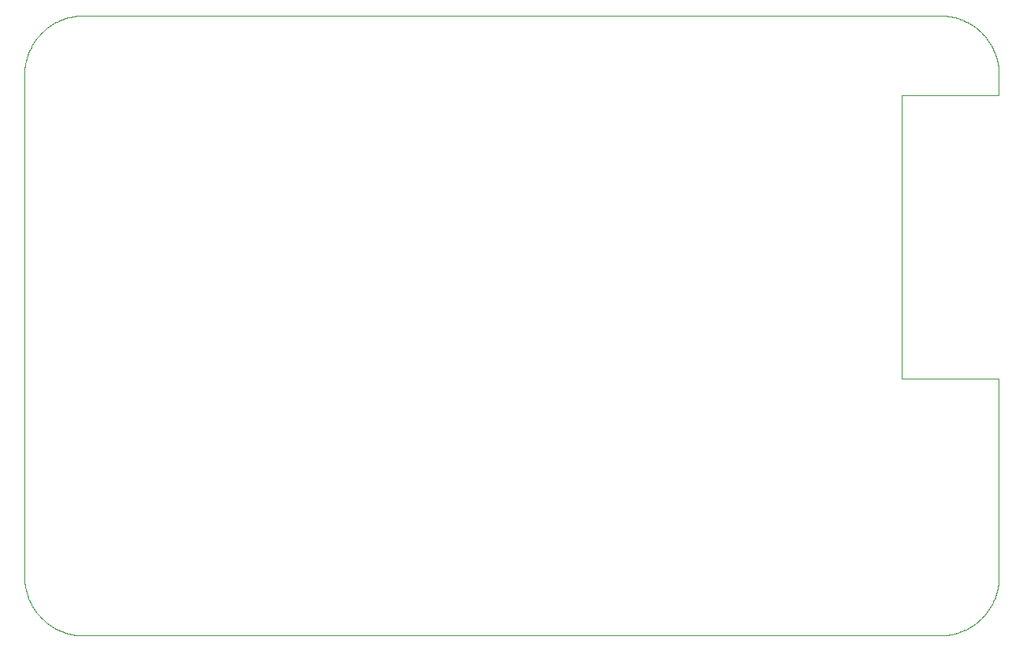
<source format=gtp>
G75*
%MOIN*%
%OFA0B0*%
%FSLAX25Y25*%
%IPPOS*%
%LPD*%
%AMOC8*
5,1,8,0,0,1.08239X$1,22.5*
%
%ADD10C,0.00000*%
D10*
X0033850Y0008850D02*
X0396350Y0008850D01*
X0396954Y0008857D01*
X0397558Y0008879D01*
X0398161Y0008916D01*
X0398763Y0008967D01*
X0399363Y0009032D01*
X0399962Y0009112D01*
X0400559Y0009207D01*
X0401153Y0009316D01*
X0401745Y0009439D01*
X0402333Y0009576D01*
X0402918Y0009728D01*
X0403499Y0009894D01*
X0404075Y0010074D01*
X0404648Y0010267D01*
X0405215Y0010475D01*
X0405777Y0010696D01*
X0406334Y0010930D01*
X0406885Y0011178D01*
X0407430Y0011439D01*
X0407968Y0011714D01*
X0408500Y0012001D01*
X0409024Y0012301D01*
X0409541Y0012613D01*
X0410050Y0012938D01*
X0410552Y0013275D01*
X0411045Y0013625D01*
X0411529Y0013986D01*
X0412005Y0014358D01*
X0412471Y0014742D01*
X0412928Y0015137D01*
X0413375Y0015543D01*
X0413813Y0015960D01*
X0414240Y0016387D01*
X0414657Y0016825D01*
X0415063Y0017272D01*
X0415458Y0017729D01*
X0415842Y0018195D01*
X0416214Y0018671D01*
X0416575Y0019155D01*
X0416925Y0019648D01*
X0417262Y0020150D01*
X0417587Y0020659D01*
X0417899Y0021176D01*
X0418199Y0021700D01*
X0418486Y0022232D01*
X0418761Y0022770D01*
X0419022Y0023315D01*
X0419270Y0023866D01*
X0419504Y0024423D01*
X0419725Y0024985D01*
X0419933Y0025552D01*
X0420126Y0026125D01*
X0420306Y0026701D01*
X0420472Y0027282D01*
X0420624Y0027867D01*
X0420761Y0028455D01*
X0420884Y0029047D01*
X0420993Y0029641D01*
X0421088Y0030238D01*
X0421168Y0030837D01*
X0421233Y0031437D01*
X0421284Y0032039D01*
X0421321Y0032642D01*
X0421343Y0033246D01*
X0421350Y0033850D01*
X0421350Y0117600D01*
X0380100Y0117600D01*
X0380100Y0237600D01*
X0421350Y0237600D01*
X0421350Y0246350D01*
X0421343Y0246954D01*
X0421321Y0247558D01*
X0421284Y0248161D01*
X0421233Y0248763D01*
X0421168Y0249363D01*
X0421088Y0249962D01*
X0420993Y0250559D01*
X0420884Y0251153D01*
X0420761Y0251745D01*
X0420624Y0252333D01*
X0420472Y0252918D01*
X0420306Y0253499D01*
X0420126Y0254075D01*
X0419933Y0254648D01*
X0419725Y0255215D01*
X0419504Y0255777D01*
X0419270Y0256334D01*
X0419022Y0256885D01*
X0418761Y0257430D01*
X0418486Y0257968D01*
X0418199Y0258500D01*
X0417899Y0259024D01*
X0417587Y0259541D01*
X0417262Y0260050D01*
X0416925Y0260552D01*
X0416575Y0261045D01*
X0416214Y0261529D01*
X0415842Y0262005D01*
X0415458Y0262471D01*
X0415063Y0262928D01*
X0414657Y0263375D01*
X0414240Y0263813D01*
X0413813Y0264240D01*
X0413375Y0264657D01*
X0412928Y0265063D01*
X0412471Y0265458D01*
X0412005Y0265842D01*
X0411529Y0266214D01*
X0411045Y0266575D01*
X0410552Y0266925D01*
X0410050Y0267262D01*
X0409541Y0267587D01*
X0409024Y0267899D01*
X0408500Y0268199D01*
X0407968Y0268486D01*
X0407430Y0268761D01*
X0406885Y0269022D01*
X0406334Y0269270D01*
X0405777Y0269504D01*
X0405215Y0269725D01*
X0404648Y0269933D01*
X0404075Y0270126D01*
X0403499Y0270306D01*
X0402918Y0270472D01*
X0402333Y0270624D01*
X0401745Y0270761D01*
X0401153Y0270884D01*
X0400559Y0270993D01*
X0399962Y0271088D01*
X0399363Y0271168D01*
X0398763Y0271233D01*
X0398161Y0271284D01*
X0397558Y0271321D01*
X0396954Y0271343D01*
X0396350Y0271350D01*
X0033850Y0271350D01*
X0033246Y0271343D01*
X0032642Y0271321D01*
X0032039Y0271284D01*
X0031437Y0271233D01*
X0030837Y0271168D01*
X0030238Y0271088D01*
X0029641Y0270993D01*
X0029047Y0270884D01*
X0028455Y0270761D01*
X0027867Y0270624D01*
X0027282Y0270472D01*
X0026701Y0270306D01*
X0026125Y0270126D01*
X0025552Y0269933D01*
X0024985Y0269725D01*
X0024423Y0269504D01*
X0023866Y0269270D01*
X0023315Y0269022D01*
X0022770Y0268761D01*
X0022232Y0268486D01*
X0021700Y0268199D01*
X0021176Y0267899D01*
X0020659Y0267587D01*
X0020150Y0267262D01*
X0019648Y0266925D01*
X0019155Y0266575D01*
X0018671Y0266214D01*
X0018195Y0265842D01*
X0017729Y0265458D01*
X0017272Y0265063D01*
X0016825Y0264657D01*
X0016387Y0264240D01*
X0015960Y0263813D01*
X0015543Y0263375D01*
X0015137Y0262928D01*
X0014742Y0262471D01*
X0014358Y0262005D01*
X0013986Y0261529D01*
X0013625Y0261045D01*
X0013275Y0260552D01*
X0012938Y0260050D01*
X0012613Y0259541D01*
X0012301Y0259024D01*
X0012001Y0258500D01*
X0011714Y0257968D01*
X0011439Y0257430D01*
X0011178Y0256885D01*
X0010930Y0256334D01*
X0010696Y0255777D01*
X0010475Y0255215D01*
X0010267Y0254648D01*
X0010074Y0254075D01*
X0009894Y0253499D01*
X0009728Y0252918D01*
X0009576Y0252333D01*
X0009439Y0251745D01*
X0009316Y0251153D01*
X0009207Y0250559D01*
X0009112Y0249962D01*
X0009032Y0249363D01*
X0008967Y0248763D01*
X0008916Y0248161D01*
X0008879Y0247558D01*
X0008857Y0246954D01*
X0008850Y0246350D01*
X0008850Y0033850D01*
X0008857Y0033246D01*
X0008879Y0032642D01*
X0008916Y0032039D01*
X0008967Y0031437D01*
X0009032Y0030837D01*
X0009112Y0030238D01*
X0009207Y0029641D01*
X0009316Y0029047D01*
X0009439Y0028455D01*
X0009576Y0027867D01*
X0009728Y0027282D01*
X0009894Y0026701D01*
X0010074Y0026125D01*
X0010267Y0025552D01*
X0010475Y0024985D01*
X0010696Y0024423D01*
X0010930Y0023866D01*
X0011178Y0023315D01*
X0011439Y0022770D01*
X0011714Y0022232D01*
X0012001Y0021700D01*
X0012301Y0021176D01*
X0012613Y0020659D01*
X0012938Y0020150D01*
X0013275Y0019648D01*
X0013625Y0019155D01*
X0013986Y0018671D01*
X0014358Y0018195D01*
X0014742Y0017729D01*
X0015137Y0017272D01*
X0015543Y0016825D01*
X0015960Y0016387D01*
X0016387Y0015960D01*
X0016825Y0015543D01*
X0017272Y0015137D01*
X0017729Y0014742D01*
X0018195Y0014358D01*
X0018671Y0013986D01*
X0019155Y0013625D01*
X0019648Y0013275D01*
X0020150Y0012938D01*
X0020659Y0012613D01*
X0021176Y0012301D01*
X0021700Y0012001D01*
X0022232Y0011714D01*
X0022770Y0011439D01*
X0023315Y0011178D01*
X0023866Y0010930D01*
X0024423Y0010696D01*
X0024985Y0010475D01*
X0025552Y0010267D01*
X0026125Y0010074D01*
X0026701Y0009894D01*
X0027282Y0009728D01*
X0027867Y0009576D01*
X0028455Y0009439D01*
X0029047Y0009316D01*
X0029641Y0009207D01*
X0030238Y0009112D01*
X0030837Y0009032D01*
X0031437Y0008967D01*
X0032039Y0008916D01*
X0032642Y0008879D01*
X0033246Y0008857D01*
X0033850Y0008850D01*
M02*

</source>
